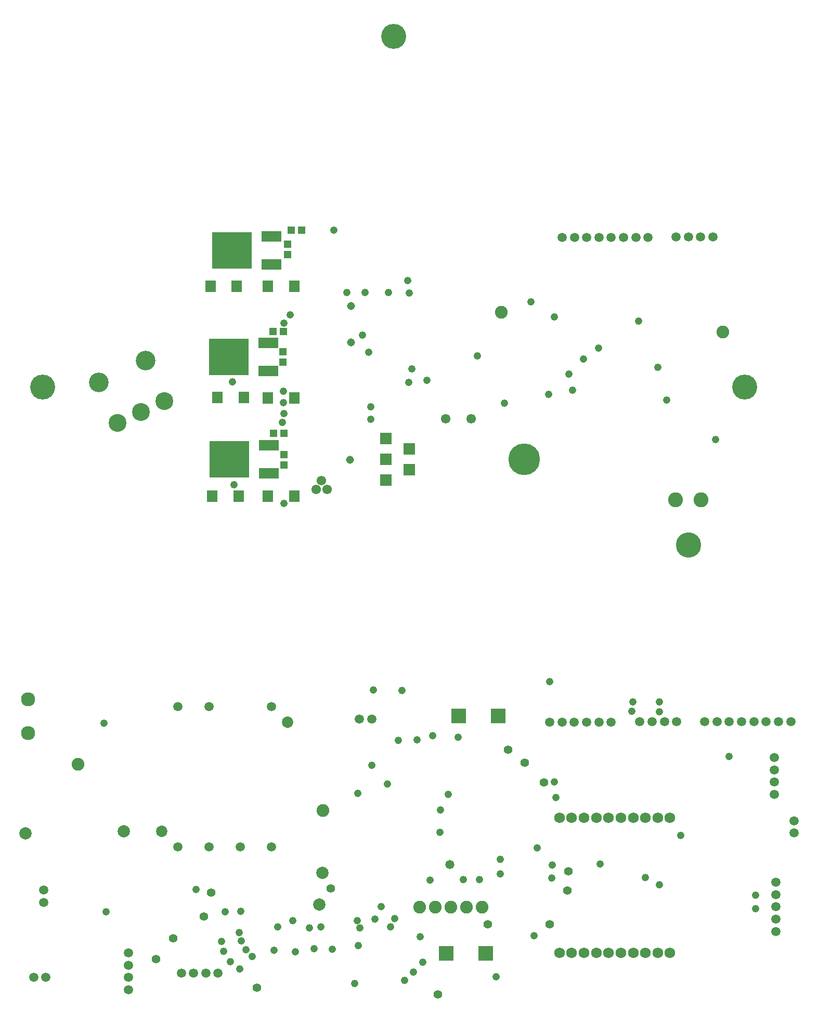
<source format=gbs>
G75*
G70*
%OFA0B0*%
%FSLAX24Y24*%
%IPPOS*%
%LPD*%
%AMOC8*
5,1,8,0,0,1.08239X$1,22.5*
%
%ADD10C,0.0580*%
%ADD11C,0.0820*%
%ADD12R,0.0966X0.0966*%
%ADD13C,0.0680*%
%ADD14C,0.0595*%
%ADD15C,0.0905*%
%ADD16C,0.0730*%
%ADD17R,0.0730X0.0730*%
%ADD18C,0.2030*%
%ADD19R,0.0513X0.0513*%
%ADD20R,0.0678X0.0722*%
%ADD21C,0.1261*%
%ADD22C,0.1145*%
%ADD23R,0.1261X0.0710*%
%ADD24R,0.2550X0.2360*%
%ADD25C,0.0954*%
%ADD26C,0.1619*%
%ADD27C,0.1600*%
%ADD28C,0.0476*%
%ADD29C,0.0555*%
%ADD30C,0.0789*%
%ADD31C,0.0611*%
%ADD32C,0.0516*%
D10*
X033836Y009132D03*
D11*
X033916Y006422D03*
X033916Y006422D03*
X034916Y006422D03*
X034916Y006422D03*
X035916Y006422D03*
X035916Y006422D03*
X032916Y006422D03*
X032916Y006422D03*
X031916Y006422D03*
X031916Y006422D03*
X025726Y012622D03*
X010021Y015577D03*
X037140Y044565D03*
X051365Y043319D03*
D12*
X036966Y018682D03*
X034407Y018682D03*
X033602Y003452D03*
X036161Y003452D03*
D13*
X040879Y003481D03*
X041666Y003481D03*
X042453Y003481D03*
X043241Y003481D03*
X044028Y003481D03*
X044816Y003481D03*
X045603Y003481D03*
X046390Y003481D03*
X047178Y003481D03*
X047965Y003481D03*
X047965Y012143D03*
X047178Y012143D03*
X046390Y012143D03*
X045603Y012143D03*
X044816Y012143D03*
X044028Y012143D03*
X043241Y012143D03*
X042453Y012143D03*
X041666Y012143D03*
X040879Y012143D03*
D14*
X007177Y001922D03*
X007965Y001922D03*
X007811Y006728D03*
X007811Y007516D03*
X013236Y003478D03*
X013236Y002691D03*
X013236Y001903D03*
X013236Y001116D03*
X016635Y002177D03*
X017422Y002177D03*
X018210Y002177D03*
X018997Y002177D03*
X018406Y010292D03*
X016406Y010292D03*
X020406Y010292D03*
X022406Y010292D03*
X028062Y018487D03*
X028850Y018487D03*
X022406Y019292D03*
X018406Y019292D03*
X016406Y019292D03*
X040258Y018277D03*
X041045Y018277D03*
X041832Y018277D03*
X042620Y018277D03*
X043407Y018277D03*
X044195Y018277D03*
X046030Y018327D03*
X046817Y018327D03*
X047605Y018327D03*
X048392Y018327D03*
X050190Y018312D03*
X050978Y018312D03*
X051765Y018312D03*
X052552Y018312D03*
X053340Y018312D03*
X054127Y018312D03*
X054915Y018312D03*
X055702Y018312D03*
X054636Y016013D03*
X054636Y015226D03*
X054636Y014438D03*
X054636Y013651D03*
X055911Y011956D03*
X055911Y011168D03*
X054736Y008012D03*
X054736Y007225D03*
X054736Y006437D03*
X054736Y005650D03*
X054736Y004862D03*
X050715Y049412D03*
X049927Y049412D03*
X049140Y049412D03*
X048353Y049412D03*
X046564Y049392D03*
X045776Y049392D03*
X044989Y049392D03*
X044201Y049392D03*
X043414Y049392D03*
X042627Y049392D03*
X041839Y049392D03*
X041052Y049392D03*
D15*
X006816Y019757D03*
X006816Y017587D03*
D16*
X015371Y011292D03*
X023442Y018292D03*
D17*
X029760Y033800D03*
X029760Y035140D03*
X029760Y036480D03*
X031260Y035810D03*
X031260Y034470D03*
D18*
X038630Y035140D03*
D19*
X024340Y049850D03*
X023671Y049850D03*
X023450Y048940D03*
X023450Y048270D03*
X023200Y043345D03*
X022531Y043345D03*
X023150Y042040D03*
X023150Y041370D03*
X023210Y036820D03*
X022541Y036820D03*
X023205Y035460D03*
X023205Y034790D03*
D20*
X023887Y032770D03*
X022194Y032770D03*
X020317Y032780D03*
X018624Y032780D03*
X018954Y039105D03*
X020647Y039105D03*
X022194Y039090D03*
X023887Y039090D03*
X023887Y046255D03*
X022194Y046255D03*
X020197Y046255D03*
X018504Y046255D03*
D21*
X014341Y041480D03*
X011341Y040081D03*
D22*
X014054Y038179D03*
X015549Y038877D03*
X012558Y037482D03*
D23*
X022260Y036055D03*
X022260Y034255D03*
X022210Y040805D03*
X022210Y042605D03*
X022410Y047655D03*
X022410Y049455D03*
D24*
X019875Y048555D03*
X019675Y041705D03*
X019725Y035155D03*
D25*
X048333Y032551D03*
X049963Y032551D03*
D26*
X049148Y029661D03*
D27*
X052740Y039774D03*
X030240Y062274D03*
X007741Y039774D03*
D28*
X019905Y040115D03*
X023175Y039525D03*
X023180Y038775D03*
X023205Y038090D03*
X023125Y037520D03*
X020015Y033530D03*
X023205Y032315D03*
X028770Y037715D03*
X028800Y038515D03*
X031215Y040095D03*
X031410Y040940D03*
X032395Y040210D03*
X035630Y041770D03*
X037360Y038740D03*
X040201Y039312D03*
X041706Y039577D03*
X041476Y040617D03*
X042411Y041572D03*
X043386Y042287D03*
X045946Y044002D03*
X047181Y041057D03*
X047736Y038952D03*
X050881Y036402D03*
X040556Y044287D03*
X039066Y045237D03*
X031240Y045830D03*
X031155Y046610D03*
X029910Y045840D03*
X028430Y045840D03*
X027265Y045840D03*
X028250Y043125D03*
X028645Y042030D03*
X023615Y044400D03*
X023205Y043880D03*
X026415Y049860D03*
X040246Y020867D03*
X045576Y019597D03*
X045531Y018992D03*
X047286Y018947D03*
X047281Y019587D03*
X051751Y016092D03*
X048656Y011002D03*
X046371Y008302D03*
X047296Y007857D03*
X043496Y009167D03*
X040406Y009112D03*
X040381Y008282D03*
X039446Y010222D03*
X037081Y009492D03*
X037091Y008557D03*
X035766Y008187D03*
X034731Y008187D03*
X032591Y008132D03*
X030321Y005697D03*
X030046Y005147D03*
X029051Y005657D03*
X029436Y006442D03*
X027906Y005557D03*
X028096Y005082D03*
X027976Y003962D03*
X026306Y003717D03*
X025166Y003732D03*
X023946Y003557D03*
X024866Y005082D03*
X025601Y005142D03*
X023786Y005557D03*
X022826Y005142D03*
X022576Y003662D03*
X021186Y003252D03*
X020781Y003697D03*
X020496Y004232D03*
X020336Y004782D03*
X019226Y004207D03*
X019356Y003582D03*
X019771Y002912D03*
X020376Y002457D03*
X020456Y006142D03*
X019451Y006127D03*
X017581Y007557D03*
X015016Y003127D03*
X011816Y006107D03*
X011681Y018217D03*
X027936Y013707D03*
X029836Y014302D03*
X028866Y015512D03*
X030566Y017112D03*
X031761Y017152D03*
X032751Y017427D03*
X034396Y017327D03*
X030796Y020302D03*
X028941Y020332D03*
X033756Y013662D03*
X033246Y012632D03*
X033231Y011207D03*
X031941Y004507D03*
X032111Y002872D03*
X031506Y002257D03*
X030941Y001707D03*
X027736Y001512D03*
X036806Y001952D03*
X039246Y004597D03*
X040641Y013442D03*
X040541Y014447D03*
X053436Y007177D03*
X053451Y006327D03*
D29*
X041436Y008702D03*
X041401Y007492D03*
X040251Y005312D03*
X036281Y005307D03*
X033101Y000822D03*
X026206Y007622D03*
X021471Y001252D03*
X018091Y005822D03*
X018556Y007337D03*
X016126Y004422D03*
X015031Y003091D03*
X037581Y016527D03*
X038636Y015692D03*
X039881Y014407D03*
D30*
X025681Y008617D03*
X025501Y006577D03*
X012961Y011277D03*
X006661Y011142D03*
D31*
X025280Y033225D03*
X025630Y033775D03*
X025985Y033230D03*
X033570Y037755D03*
X035205Y037750D03*
D32*
X027450Y035120D03*
X027520Y042635D03*
X027510Y044965D03*
M02*

</source>
